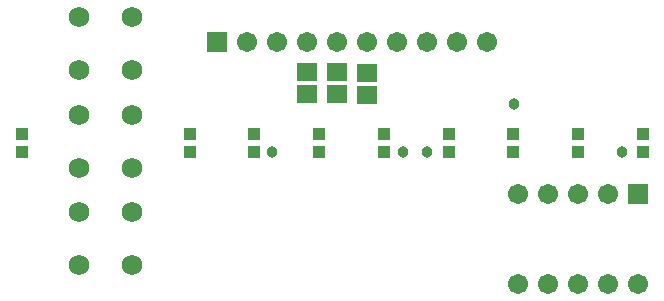
<source format=gts>
G04*
G04 #@! TF.GenerationSoftware,Altium Limited,Altium Designer,24.5.2 (23)*
G04*
G04 Layer_Color=8388736*
%FSLAX25Y25*%
%MOIN*%
G70*
G04*
G04 #@! TF.SameCoordinates,1E1250FC-479B-4AD5-BC39-25AF0FE23E56*
G04*
G04*
G04 #@! TF.FilePolarity,Negative*
G04*
G01*
G75*
%ADD16R,0.06706X0.05918*%
%ADD17R,0.03950X0.03950*%
%ADD18C,0.06706*%
%ADD19R,0.06706X0.06706*%
%ADD20C,0.06800*%
%ADD21R,0.06706X0.06706*%
%ADD22C,0.03800*%
D16*
X144500Y83260D02*
D03*
Y90740D02*
D03*
X134500Y83760D02*
D03*
Y91240D02*
D03*
X124500Y83760D02*
D03*
Y91240D02*
D03*
D17*
X29500Y64547D02*
D03*
Y70453D02*
D03*
X85500Y64547D02*
D03*
Y70453D02*
D03*
X107071Y64547D02*
D03*
Y70453D02*
D03*
X128643Y64547D02*
D03*
Y70453D02*
D03*
X150214Y64547D02*
D03*
Y70453D02*
D03*
X171786Y64547D02*
D03*
Y70453D02*
D03*
X236500Y64547D02*
D03*
Y70453D02*
D03*
X214929Y64547D02*
D03*
Y70453D02*
D03*
X193357Y64547D02*
D03*
Y70453D02*
D03*
D18*
X195000Y20500D02*
D03*
X205000D02*
D03*
X215000D02*
D03*
X225000D02*
D03*
X235000D02*
D03*
X195000Y50500D02*
D03*
X205000D02*
D03*
X215000D02*
D03*
X225000D02*
D03*
X104500Y101000D02*
D03*
X124500D02*
D03*
X134500D02*
D03*
X144500D02*
D03*
X154500D02*
D03*
X164500D02*
D03*
X174500D02*
D03*
X184500D02*
D03*
X114500D02*
D03*
D19*
X235000Y50500D02*
D03*
D20*
X48642Y109358D02*
D03*
X66358D02*
D03*
X48642Y91642D02*
D03*
X66358D02*
D03*
X48642Y76858D02*
D03*
X66358D02*
D03*
X48642Y59142D02*
D03*
X66358D02*
D03*
X48642Y44358D02*
D03*
X66358D02*
D03*
X48642Y26642D02*
D03*
X66358D02*
D03*
D21*
X94500Y101000D02*
D03*
D22*
X229500Y64500D02*
D03*
X193500Y80500D02*
D03*
X164500Y64500D02*
D03*
X156500D02*
D03*
X113000D02*
D03*
M02*

</source>
